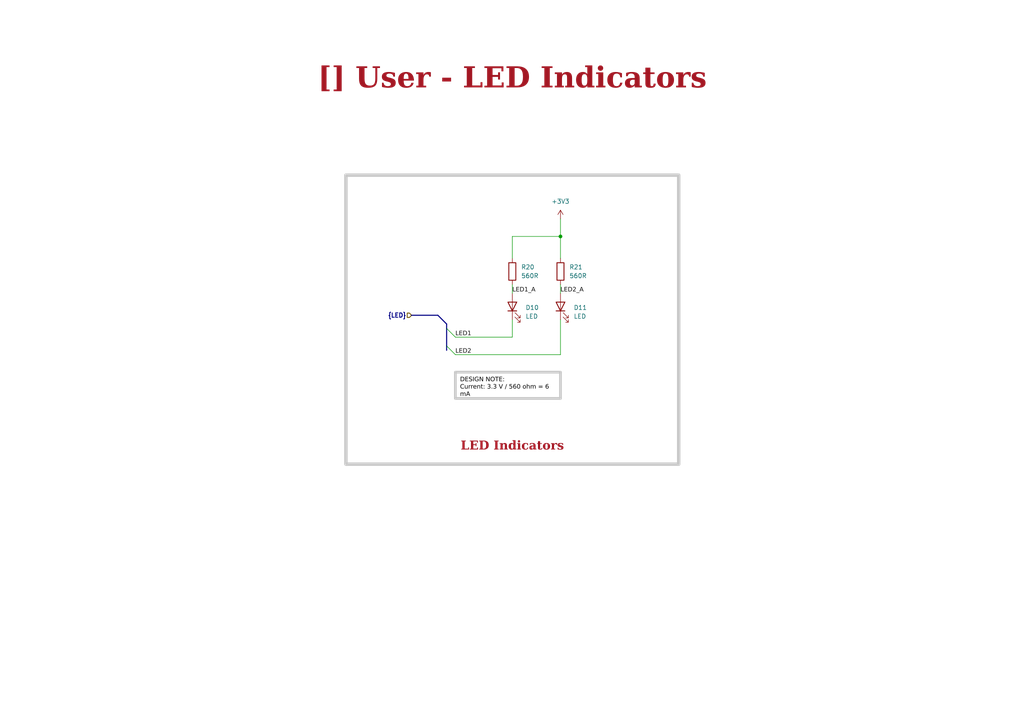
<source format=kicad_sch>
(kicad_sch (version 20230121) (generator eeschema)
  (paper "A4")
  (title_block (title "User - LED Indicators") (date "2023-10-15") (rev "${REVISION}") (company "${COMPANY}"))
  (lib_symbols
    (symbol "Device:LED" (pin_numbers hide) (pin_names (offset 1.016) hide)
      (property "Reference" "D" (at 0 2.54 0))
      (property "Value" "LED" (at 0 -2.54 0))
      (symbol "LED_0_1"
        (polyline (pts (xy -1.27 -1.27) (xy -1.27 1.27)) (stroke (width 0.254)))
        (polyline (pts (xy -1.27 0) (xy 1.27 0)))
        (polyline (pts (xy 1.27 -1.27) (xy 1.27 1.27) (xy -1.27 0) (xy 1.27 -1.27)) (stroke (width 0.254)))
        (polyline (pts (xy -3.048 -0.762) (xy -4.572 -2.286) (xy -3.81 -2.286) (xy -4.572 -2.286) (xy -4.572 -1.524)))
        (polyline (pts (xy -1.778 -0.762) (xy -3.302 -2.286) (xy -2.54 -2.286) (xy -3.302 -2.286) (xy -3.302 -1.524)))
      )
      (symbol "LED_1_1"
        (pin passive line (at -3.81 0 0) (length 2.54) (name "K") (number "1"))
        (pin passive line (at 3.81 0 180) (length 2.54) (name "A") (number "2"))
      )
    )
    (symbol "Device:R" (pin_numbers hide) (pin_names (offset 0))
      (property "Reference" "R" (at 2.032 0 90))
      (property "Value" "R" (at 0 0 90))
      (symbol "R_0_1"
        (rectangle (start -1.016 -2.54) (end 1.016 2.54) (stroke (width 0.254)))
      )
      (symbol "R_1_1"
        (pin passive line (at 0 3.81 270) (length 1.27) (name "~") (number "1"))
        (pin passive line (at 0 -3.81 90) (length 1.27) (name "~") (number "2"))
      )
    )
    (symbol "power:+3V3" (power) (pin_names (offset 0))
      (property "Value" "+3V3" (at 0 3.556 0))
      (symbol "+3V3_0_1"
        (polyline (pts (xy -0.762 1.27) (xy 0 2.54)))
        (polyline (pts (xy 0 0) (xy 0 2.54)))
        (polyline (pts (xy 0 2.54) (xy 0.762 1.27)))
      )
      (symbol "+3V3_1_1"
        (pin power_in line (at 0 0 90) (length 0) hide (name "+3V3") (number "1"))
      )
    )
  )
  (junction (at 162.56 68.58))
  (bus_entry (at 129.54 100.33) (size 2.54 2.54))
  (bus_entry (at 129.54 95.25) (size 2.54 2.54))
  (bus (pts (xy 129.54 100.33) (xy 129.54 101.6)))
  (bus (pts (xy 119.38 91.44) (xy 127 91.44)))
  (wire (pts (xy 148.59 82.55) (xy 148.59 85.09)))
  (wire (pts (xy 162.56 63.5) (xy 162.56 68.58)))
  (wire (pts (xy 162.56 102.87) (xy 162.56 92.71)))
  (bus (pts (xy 129.54 95.25) (xy 129.54 100.33)))
  (bus (pts (xy 127 91.44) (xy 129.54 93.98)))
  (wire (pts (xy 148.59 97.79) (xy 132.08 97.79)))
  (wire (pts (xy 132.08 102.87) (xy 162.56 102.87)))
  (wire (pts (xy 162.56 82.55) (xy 162.56 85.09)))
  (bus (pts (xy 129.54 93.98) (xy 129.54 95.25)))
  (wire (pts (xy 148.59 68.58) (xy 162.56 68.58)))
  (wire (pts (xy 162.56 68.58) (xy 162.56 74.93)))
  (wire (pts (xy 148.59 92.71) (xy 148.59 97.79)))
  (wire (pts (xy 148.59 74.93) (xy 148.59 68.58)))
  (rectangle (start 100.33 50.8) (end 196.85 134.62) (stroke (width 1) (color 200 200 200 1)))
  (text_box "[${#}] ${TITLE}" (at 80.01 16.51 0) (size 137.16 12.7) (stroke (width -0.0001)) (effects (font (size 6 6) (thickness 1.2) bold)))
  (text_box "DESIGN NOTE:\nCurrent: 3.3 V / 560 ohm = 6 mA" (at 132.08 107.95 0) (size 30.48 7.62) (stroke (width 0.8) (color 200 200 200 1)) (effects (font (size 1.27 1.27)) (justify left top)))
  (text_box "LED Indicators" (at 101.6 123.19 0) (size 93.98 9.525) (stroke (width -0.0001)) (effects (font (size 2.54 2.54) (thickness 0.508) bold) (justify bottom)))
  (label "LED1_A" (at 148.59 85.09 0))
  (label "LED1" (at 132.08 97.79 0))
  (label "LED2" (at 132.08 102.87 0))
  (label "LED2_A" (at 162.56 85.09 0))
  (hierarchical_label "{LED}" (shape input) (at 119.38 91.44 180) (effects (font bold)))
  (symbol (lib_id "Device:R") (at 162.56 78.74 0) (unit 1)
    (property "Reference" "R21" (at 165.1 77.47 0) (effects (justify left)))
    (property "Value" "560R" (at 165.1 80.01 0) (effects (justify left)))
    (property "Footprint" "0_resistor_smd:R_0402_1005_DensityHigh" (effects hide))
  )
  (symbol (lib_id "Device:R") (at 148.59 78.74 0) (unit 1)
    (property "Reference" "R20" (at 151.13 77.47 0) (effects (justify left)))
    (property "Value" "560R" (at 151.13 80.01 0) (effects (justify left)))
    (property "Footprint" "0_resistor_smd:R_0402_1005_DensityHigh" (effects hide))
  )
  (symbol (lib_id "power:+3V3") (at 162.56 63.5 0) (unit 1)
    (property "Reference" "#PWR039" (effects hide))
    (property "Value" "+3V3" (at 162.56 58.42 0))
  )
  (symbol (lib_id "Device:LED") (at 162.56 88.9 90) (unit 1)
    (property "Reference" "D11" (at 166.37 89.2175 90) (effects (justify right)))
    (property "Value" "LED" (at 166.37 91.7575 90) (effects (justify right)))
    (property "Footprint" "LED_SMD:LED_0603_1608Metric" (effects hide))
  )
  (symbol (lib_id "Device:LED") (at 148.59 88.9 90) (unit 1)
    (property "Reference" "D10" (at 152.4 89.2175 90) (effects (justify right)))
    (property "Value" "LED" (at 152.4 91.7575 90) (effects (justify right)))
    (property "Footprint" "LED_SMD:LED_0603_1608Metric" (effects hide))
  )
)
</source>
